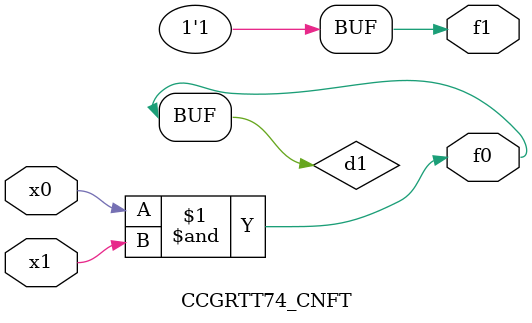
<source format=v>
module CCGRTT74_CNFT(
	input x0, x1,
	output f0, f1
);

	wire d1;

	assign f0 = d1;
	and (d1, x0, x1);
	assign f1 = 1'b1;
endmodule

</source>
